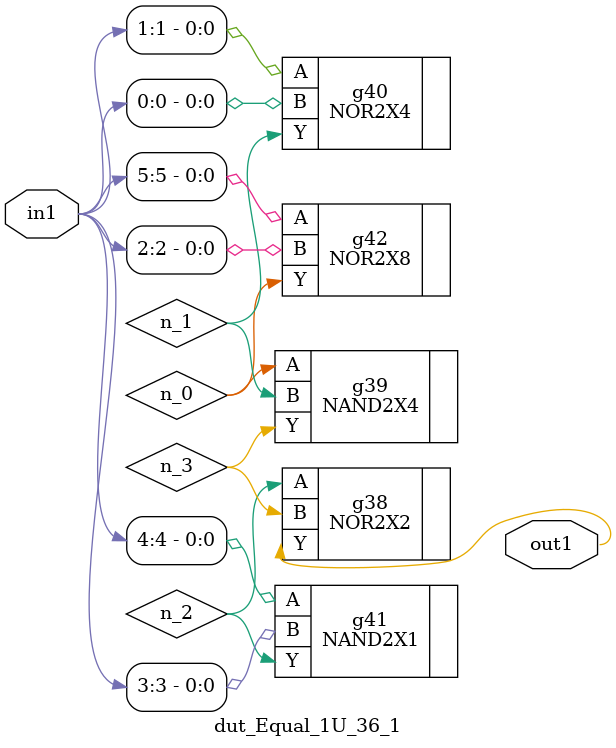
<source format=v>
`timescale 1ps / 1ps


module dut_Equal_1U_36_1(in1, out1);
  input [5:0] in1;
  output out1;
  wire [5:0] in1;
  wire out1;
  wire n_0, n_1, n_2, n_3;
  NOR2X2 g38(.A (n_2), .B (n_3), .Y (out1));
  NAND2X4 g39(.A (n_0), .B (n_1), .Y (n_3));
  NAND2X1 g41(.A (in1[4]), .B (in1[3]), .Y (n_2));
  NOR2X4 g40(.A (in1[1]), .B (in1[0]), .Y (n_1));
  NOR2X8 g42(.A (in1[5]), .B (in1[2]), .Y (n_0));
endmodule



</source>
